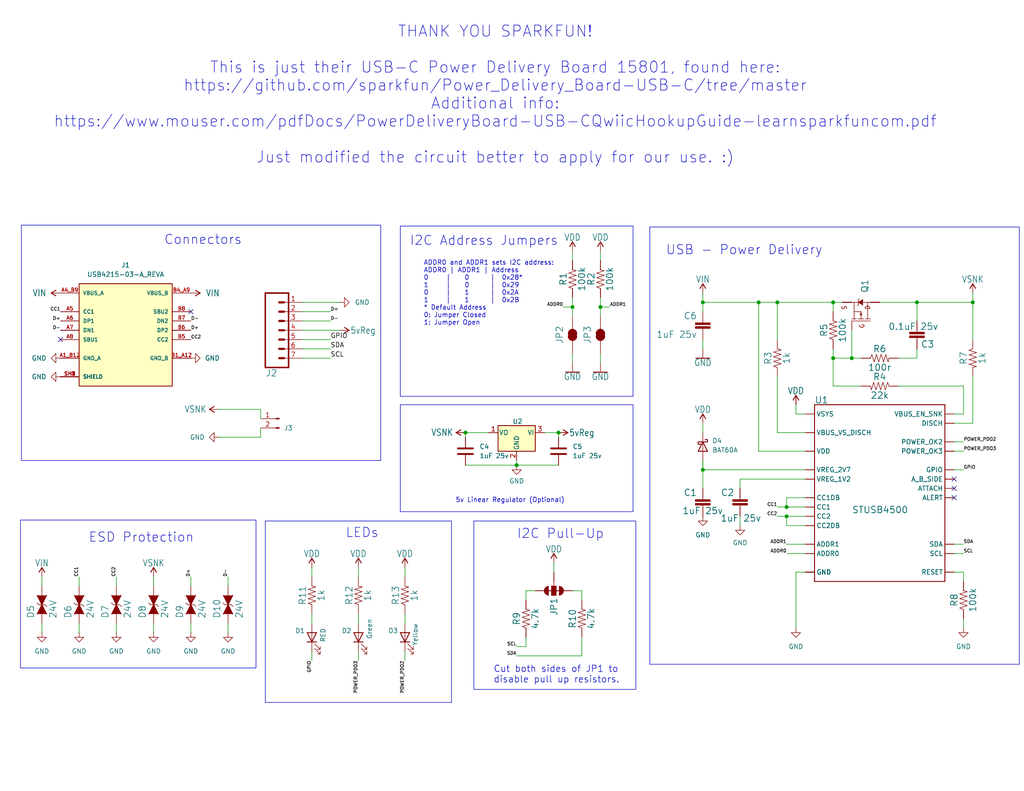
<source format=kicad_sch>
(kicad_sch (version 20250114) (generator "eeschema") (generator_version "9.0")
  (paper "A")
  (title_block (title "PXU USB-C PDv3") (date "2025-02-15"))
  (lib_symbols
    (symbol "C-PIM-eagle-import:0.1UF-0603-100V-10%"
      (property "Reference" "C" (at 1.524 2.921 0))
      (symbol "0.1UF-0603-100V-10%_1_0"
        (pin passive line (at 0 5.08 270) (length 2.54) (name "1") (number "1"))
        (pin passive line (at 0 -2.54 90) (length 2.54) (name "2") (number "2"))
      )
    )
    (symbol "C-PIM-eagle-import:1.0UF-0603-16V-10%"
      (property "Reference" "C" (at 1.524 2.921 0))
      (symbol "1.0UF-0603-16V-10%_1_0"
        (pin passive line (at 0 5.08 270) (length 2.54) (name "1") (number "1"))
        (pin passive line (at 0 -2.54 90) (length 2.54) (name "2") (number "2"))
      )
    )
    (symbol "C-PIM-eagle-import:100KOHM-0603-1/10W-1%"
      (property "Reference" "R" (at 0 1.524 0))
      (symbol "100KOHM-0603-1/10W-1%_1_0"
        (pin passive line (at -5.08 0 0) (length 2.54) (name "1") (number "1"))
        (pin passive line (at 5.08 0 180) (length 2.54) (name "2") (number "2"))
      )
    )
    (symbol "C-PIM-eagle-import:100OHM-0603-1/10W-1%"
      (property "Reference" "R" (at 0 1.524 0))
      (symbol "100OHM-0603-1/10W-1%_1_0"
        (pin passive line (at -5.08 0 0) (length 2.54) (name "1") (number "1"))
        (pin passive line (at 5.08 0 180) (length 2.54) (name "2") (number "2"))
      )
    )
    (symbol "C-PIM-eagle-import:1KOHM-0603-1/10W-1%"
      (property "Reference" "R" (at 0 1.524 0))
      (symbol "1KOHM-0603-1/10W-1%_1_0"
        (pin passive line (at -5.08 0 0) (length 2.54) (name "1") (number "1"))
        (pin passive line (at 5.08 0 180) (length 2.54) (name "2") (number "2"))
      )
    )
    (symbol "C-PIM-eagle-import:2.2KOHM-0603-1/10W-1%"
      (property "Reference" "R" (at 0 1.524 0))
      (symbol "2.2KOHM-0603-1/10W-1%_1_0"
        (pin passive line (at -5.08 0 0) (length 2.54) (name "1") (number "1"))
        (pin passive line (at 5.08 0 180) (length 2.54) (name "2") (number "2"))
      )
    )
    (symbol "C-PIM-eagle-import:22KOHM-0603-1/10W-1%"
      (property "Reference" "R" (at 0 1.524 0))
      (symbol "22KOHM-0603-1/10W-1%_1_0"
        (pin passive line (at -5.08 0 0) (length 2.54) (name "1") (number "1"))
        (pin passive line (at 5.08 0 180) (length 2.54) (name "2") (number "2"))
      )
    )
    (symbol "C-PIM-eagle-import:CONN_07NO_SILK"
      (property "Reference" "J" (at -5.08 13.208 0))
      (symbol "CONN_07NO_SILK_1_0"
        (pin passive line (at 5.08 10.16 180) (length 5.08) (name "7") (number "7"))
        (pin passive line (at 5.08 7.62 180) (length 5.08) (name "6") (number "6"))
        (pin passive line (at 5.08 5.08 180) (length 5.08) (name "5") (number "5"))
        (pin passive line (at 5.08 2.54 180) (length 5.08) (name "4") (number "4"))
        (pin passive line (at 5.08 0 180) (length 5.08) (name "3") (number "3"))
        (pin passive line (at 5.08 -2.54 180) (length 5.08) (name "2") (number "2"))
        (pin passive line (at 5.08 -5.08 180) (length 5.08) (name "1") (number "1"))
      )
    )
    (symbol "C-PIM-eagle-import:DIODE_TVS"
      (property "Reference" "D" (at -3.81 2.032 0))
      (symbol "DIODE_TVS_1_0"
        (pin passive line (at -5.08 0 0) (length 0) (name "A") (number "1"))
        (pin passive line (at 5.08 0 180) (length 0) (name "C") (number "2"))
      )
    )
    (symbol "C-PIM-eagle-import:GND" (power)
      (symbol "GND_1_0"
        (pin power_in line (at 0 2.54 270) (length 2.54) (name "GND") (number "1"))
      )
    )
    (symbol "C-PIM-eagle-import:JUMPER-SMT_2_NC_TRACE_NO-SILK"
      (property "Reference" "JP" (at -2.54 2.54 0))
      (symbol "JUMPER-SMT_2_NC_TRACE_NO-SILK_1_0"
        (pin passive line (at -5.08 0 0) (length 2.54) (name "1") (number "1"))
        (pin passive line (at 5.08 0 180) (length 2.54) (name "2") (number "2"))
      )
    )
    (symbol "C-PIM-eagle-import:JUMPER-SMT_3_2-NC_TRACE_NO-SILK"
      (property "Reference" "JP" (at 2.54 0.381 0))
      (symbol "JUMPER-SMT_3_2-NC_TRACE_NO-SILK_1_0"
        (pin passive line (at -5.08 0 0) (length 2.54) (name "2") (number "2"))
        (pin passive line (at 0 5.08 270) (length 2.54) (name "1") (number "1"))
        (pin passive line (at 0 -5.08 90) (length 2.54) (name "3") (number "3"))
      )
    )
    (symbol "C-PIM-eagle-import:MOSFET_PCH-STL9P3LLH6"
      (property "Reference" "Q1" (at 5.08 0 0))
      (symbol "MOSFET_PCH-STL9P3LLH6_1_0"
        (text "G" (at -3.302 -0.508 0) (effects (font (size 1.27 1.0795)) (justify right top)))
        (text "D" (at 0.508 2.54 0) (effects (font (size 1.27 1.0795)) (justify left bottom)))
        (text "S" (at 0.508 -3.81 0) (effects (font (size 1.27 1.0795)) (justify left bottom)))
        (pin bidirectional line (at -5.08 -2.54 0) (length 2.54) (name "G") (number "4"))
        (pin bidirectional line (at 2.54 5.08 270) (length 2.54) (name "D") (number "5"))
        (pin bidirectional line (at 2.54 5.08 270) (length 2.54) (name "D") (number "5@2"))
        (pin bidirectional line (at 2.54 5.08 270) (length 2.54) (name "D") (number "5@3"))
        (pin bidirectional line (at 2.54 5.08 270) (length 2.54) (hide yes) (name "D") (number "6"))
        (pin bidirectional line (at 2.54 5.08 270) (length 2.54) (hide yes) (name "D") (number "7"))
        (pin bidirectional line (at 2.54 5.08 270) (length 2.54) (hide yes) (name "D") (number "8"))
        (pin bidirectional line (at 2.54 -5.08 90) (length 2.54) (name "S") (number "1"))
        (pin bidirectional line (at 2.54 -5.08 90) (length 2.54) (name "S") (number "2"))
        (pin bidirectional line (at 2.54 -5.08 90) (length 2.54) (hide yes) (name "S") (number "2"))
        (pin bidirectional line (at 2.54 -5.08 90) (length 2.54) (name "S") (number "3"))
        (pin bidirectional line (at 2.54 -5.08 90) (length 2.54) (hide yes) (name "S") (number "3"))
      )
    )
    (symbol "C-PIM-eagle-import:STUSB4500"
      (property "Reference" "U1" (at -17.78 23.114 0))
      (property "Value" "STUSB4500" (at -7.62 -4.826 0))
      (symbol "STUSB4500_1_0"
        (pin bidirectional line (at -20.32 20.32 0) (length 2.54) (name "VSYS") (number "22"))
        (pin bidirectional line (at -20.32 15.24 0) (length 2.54) (name "VBUS_VS_DISCH") (number "18"))
        (pin bidirectional line (at -20.32 10.16 0) (length 2.54) (name "VDD") (number "24"))
        (pin bidirectional line (at -20.32 5.08 0) (length 2.54) (name "VREG_2V7") (number "23"))
        (pin bidirectional line (at -20.32 2.54 0) (length 2.54) (name "VREG_1V2") (number "21"))
        (pin bidirectional line (at -20.32 -2.54 0) (length 2.54) (name "CC1DB") (number "1"))
        (pin bidirectional line (at -20.32 -5.08 0) (length 2.54) (name "CC1") (number "2"))
        (pin bidirectional line (at -20.32 -7.62 0) (length 2.54) (name "CC2") (number "4"))
        (pin bidirectional line (at -20.32 -10.16 0) (length 2.54) (name "CC2DB") (number "5"))
        (pin bidirectional line (at -20.32 -15.24 0) (length 2.54) (name "ADDR1") (number "13"))
        (pin bidirectional line (at -20.32 -17.78 0) (length 2.54) (name "ADDR0") (number "12"))
        (pin bidirectional line (at -20.32 -22.86 0) (length 2.54) (name "GND") (number "10"))
        (pin bidirectional line (at -20.32 -22.86 0) (length 2.54) (name "GND") (number "P$25"))
        (pin bidirectional line (at 20.32 20.32 180) (length 2.54) (name "VBUS_EN_SNK") (number "16"))
        (pin bidirectional line (at 20.32 17.78 180) (length 2.54) (name "DISCH") (number "9"))
        (pin bidirectional line (at 20.32 12.7 180) (length 2.54) (name "POWER_OK2") (number "20"))
        (pin bidirectional line (at 20.32 10.16 180) (length 2.54) (name "POWER_OK3") (number "14"))
        (pin bidirectional line (at 20.32 5.08 180) (length 2.54) (name "GPIO") (number "15"))
        (pin bidirectional line (at 20.32 2.54 180) (length 2.54) (name "A_B_SIDE") (number "17"))
        (pin bidirectional line (at 20.32 0 180) (length 2.54) (name "ATTACH") (number "11"))
        (pin bidirectional line (at 20.32 -2.54 180) (length 2.54) (name "ALERT") (number "19"))
        (pin bidirectional line (at 20.32 -15.24 180) (length 2.54) (name "SDA") (number "8"))
        (pin bidirectional line (at 20.32 -17.78 180) (length 2.54) (name "SCL") (number "7"))
        (pin bidirectional line (at 20.32 -22.86 180) (length 2.54) (name "RESET") (number "6"))
      )
      (symbol "STUSB4500_1_1"
        (pin bidirectional line (at -20.32 -22.86 0) (length 2.54) (hide yes) (name "GND") (number "25"))
      )
    )
    (symbol "C-PIM-eagle-import:VDD" (power)
      (symbol "VDD_1_0"
        (pin power_in line (at 0 0 90) (length 2.54) (name "VDD") (number "1"))
      )
    )
    (symbol "C-PIM-eagle-import:VIN" (power)
      (symbol "VIN_1_0"
        (pin power_in line (at 0 0 90) (length 2.54) (name "VIN") (number "1"))
      )
    )
    (symbol "C-PIM-eagle-import:VOUT" (power)
      (symbol "VOUT_1_0"
        (pin power_in line (at 0 0 90) (length 2.54) (name "VOUT") (number "1"))
      )
    )
    (symbol "Connector:Conn_01x02_Pin" (pin_names (offset 1.016) (hide yes))
      (property "Reference" "J" (at 0 2.54 0))
      (property "Value" "Conn_01x02_Pin" (at 0 -5.08 0))
      (symbol "Conn_01x02_Pin_1_1"
        (pin passive line (at 5.08 0 180) (length 3.81) (name "Pin_1") (number "1"))
        (pin passive line (at 5.08 -2.54 180) (length 3.81) (name "Pin_2") (number "2"))
      )
    )
    (symbol "Device:C" (pin_numbers (hide yes)) (pin_names (offset 0.254))
      (property "Reference" "C" (at 0.635 2.54 0))
      (property "Value" "C" (at 0.635 -2.54 0))
      (symbol "C_1_1"
        (pin passive line (at 0 3.81 270) (length 2.794) (name "~") (number "1"))
        (pin passive line (at 0 -3.81 90) (length 2.794) (name "~") (number "2"))
      )
    )
    (symbol "Device:LED" (pin_numbers (hide yes)) (pin_names (offset 1.016) (hide yes))
      (property "Reference" "D" (at 0 2.54 0))
      (property "Value" "LED" (at 0 -2.54 0))
      (symbol "LED_1_1"
        (pin passive line (at -3.81 0 0) (length 2.54) (name "K") (number "1"))
        (pin passive line (at 3.81 0 180) (length 2.54) (name "A") (number "2"))
      )
    )
    (symbol "Diode:BAT60A" (pin_numbers (hide yes)) (pin_names (offset 1.016) (hide yes))
      (property "Reference" "D" (at 0 2.54 0))
      (property "Value" "BAT60A" (at 0 -2.54 0))
      (symbol "BAT60A_1_1"
        (pin passive line (at -3.81 0 0) (length 2.54) (name "K") (number "1"))
        (pin passive line (at 3.81 0 180) (length 2.54) (name "A") (number "2"))
      )
    )
    (symbol "Regulator_Linear:LF50_TO252" (pin_names (offset 0.254))
      (property "Reference" "U2" (at 0.254 3.048 0))
      (symbol "LF50_TO252_1_1"
        (pin power_out line (at -7.62 0 0) (length 2.54) (name "VO") (number "1"))
        (pin power_in line (at 0 -7.62 90) (length 2.54) (name "GND") (number "2"))
        (pin power_in line (at 7.62 0 180) (length 2.54) (name "VI") (number "3"))
      )
    )
    (symbol "USB:USB4215-03-A_REVA" (pin_names (offset 1.016))
      (property "Reference" "J" (at -12.7 13.462 0))
      (property "Value" "USB4215-03-A_REVA" (at -12.7 -16.002 0))
      (symbol "USB4215-03-A_REVA_0_0"
        (pin power_in line (at -17.78 10.16 0) (length 5.08) (name "VBUS_A") (number "A4_B9"))
        (pin bidirectional line (at -17.78 5.08 0) (length 5.08) (name "CC1") (number "A5"))
        (pin bidirectional line (at -17.78 2.54 0) (length 5.08) (name "DP1") (number "A6"))
        (pin bidirectional line (at -17.78 0 0) (length 5.08) (name "DN1") (number "A7"))
        (pin bidirectional line (at -17.78 -2.54 0) (length 5.08) (name "SBU1") (number "A8"))
        (pin power_in line (at -17.78 -7.62 0) (length 5.08) (name "GND_A") (number "A1_B12"))
        (pin passive line (at -17.78 -12.7 0) (length 5.08) (name "SHIELD") (number "SH1"))
        (pin passive line (at -17.78 -12.7 0) (length 5.08) (name "SHIELD") (number "SH2"))
        (pin passive line (at -17.78 -12.7 0) (length 5.08) (name "SHIELD") (number "SH3"))
        (pin passive line (at -17.78 -12.7 0) (length 5.08) (name "SHIELD") (number "SH4"))
        (pin power_in line (at 17.78 10.16 180) (length 5.08) (name "VBUS_B") (number "B4_A9"))
        (pin bidirectional line (at 17.78 5.08 180) (length 5.08) (name "SBU2") (number "B8"))
        (pin bidirectional line (at 17.78 2.54 180) (length 5.08) (name "DN2") (number "B7"))
        (pin bidirectional line (at 17.78 0 180) (length 5.08) (name "DP2") (number "B6"))
        (pin bidirectional line (at 17.78 -2.54 180) (length 5.08) (name "CC2") (number "B5"))
        (pin power_in line (at 17.78 -7.62 180) (length 5.08) (name "GND_B") (number "B1_A12"))
      )
    )
    (symbol "power:GND" (power) (pin_numbers (hide yes)) (pin_names (offset 0) (hide yes))
      (property "Value" "GND" (at 0 -3.81 0))
      (symbol "GND_1_1"
        (pin power_in line (at 0 0 270) (length 0) (name "~") (number "1"))
      )
    )
  )
  (rectangle (start 109.22 61.722) (end 172.72 108.204))
  (rectangle (start 72.39 142.24) (end 123.19 191.77))
  (rectangle (start 109.22 110.49) (end 172.72 139.7))
  (rectangle (start 177.292 61.976) (end 278.13 181.356))
  (rectangle (start 5.588 141.986) (end 69.85 182.372))
  (rectangle (start 129.286 142.24) (end 173.482 188.214))
  (rectangle (start 5.842 61.468) (end 103.886 125.73))
  (text "USB - Power Delivery" (at 181.61 69.85 0) (effects (font (size 2.54 2.54)) (justify left bottom)))
  (text "LEDs" (at 94.234 147.066 0) (effects (font (size 2.54 2.54)) (justify left bottom)))
  (text "ESD Protection" (at 24.13 148.336 0) (effects (font (size 2.54 2.54)) (justify left bottom)))
  (text "I2C Pull-Up" (at 140.97 147.32 0) (effects (font (size 2.54 2.54)) (justify left bottom)))
  (text "5v Linear Regulator (Optional)" (at 139.192 136.652 0) (effects (font (size 1.27 1.27))))
  (text "ADDR0 and ADDR1 sets I2C address:\nADDR0 | ADDR1 | Address\n0     |    0      |  0x28*\n1     |    0      |  0x29\n0     |    1      |  0x2A\n1     |    1      |  0x2B\n* Default Address\n0: Jumper Closed\n1: Jumper Open" (at 115.57 71.12 0) (effects (font (size 1.27 1.27)) (justify left top)))
  (text "Connectors" (at 44.704 67.056 0) (effects (font (size 2.54 2.54)) (justify left bottom)))
  (text "I2C Address Jumpers" (at 111.76 67.31 0) (effects (font (size 2.54 2.54)) (justify left bottom)))
  (text "THANK YOU SPARKFUN!\n\nThis is just their USB-C Power Delivery Board 15801, found here:\nhttps://github.com/sparkfun/Power_Delivery_Board-USB-C/tree/master\nAdditional info:\nhttps://www.mouser.com/pdfDocs/PowerDeliveryBoard-USB-CQwiicHookupGuide-learnsparkfuncom.pdf\n\nJust modified the circuit better to apply for our use. :)" (at 135.128 25.908 0) (effects (font (size 3.048 3.048))))
  (text "Cut both sides of JP1 to\ndisable pull up resistors." (at 134.62 186.69 0) (effects (font (size 1.778 1.778)) (justify left bottom)))
  (junction (at 227.33 82.55))
  (junction (at 265.43 82.55))
  (junction (at 214.63 140.97))
  (junction (at 191.77 82.55))
  (junction (at 232.41 97.79))
  (junction (at 212.09 82.55))
  (junction (at 152.4 118.11))
  (junction (at 163.83 83.82))
  (junction (at 207.01 82.55))
  (junction (at 191.77 128.27))
  (junction (at 140.97 127))
  (junction (at 156.21 83.82))
  (junction (at 127 118.11))
  (junction (at 250.19 82.55))
  (junction (at 214.63 138.43))
  (junction (at 227.33 97.79))
  (no_connect (at 16.51 92.71))
  (no_connect (at 260.35 130.81))
  (no_connect (at 52.07 85.09))
  (no_connect (at 260.35 133.35))
  (no_connect (at 260.35 135.89))
  (wire (pts (xy 245.11 97.79) (xy 250.19 97.79)) (stroke (width 0.1524)))
  (wire (pts (xy 262.89 168.91) (xy 262.89 171.45)) (stroke (width 0.1524)))
  (wire (pts (xy 227.33 82.55) (xy 229.87 82.55)) (stroke (width 0.1524)))
  (wire (pts (xy 219.71 156.21) (xy 217.17 156.21)) (stroke (width 0.1524)))
  (wire (pts (xy 82.55 85.09) (xy 90.17 85.09)))
  (wire (pts (xy 62.23 160.02) (xy 62.23 157.48)) (stroke (width 0.1524)))
  (wire (pts (xy 265.43 82.55) (xy 250.19 82.55)) (stroke (width 0.1524)))
  (wire (pts (xy 152.4 118.11) (xy 152.4 119.38)))
  (wire (pts (xy 250.19 87.63) (xy 250.19 82.55)) (stroke (width 0.1524)))
  (wire (pts (xy 82.55 97.79) (xy 90.17 97.79)))
  (wire (pts (xy 250.19 97.79) (xy 250.19 95.25)) (stroke (width 0.1524)))
  (wire (pts (xy 212.09 92.71) (xy 212.09 82.55)) (stroke (width 0.1524)))
  (wire (pts (xy 31.75 170.18) (xy 31.75 172.72)) (stroke (width 0.1524)))
  (wire (pts (xy 143.51 173.99) (xy 143.51 176.53)) (stroke (width 0.1524)))
  (wire (pts (xy 156.21 96.52) (xy 156.21 99.06)) (stroke (width 0.1524)))
  (wire (pts (xy 92.71 82.55) (xy 82.55 82.55)))
  (wire (pts (xy 219.71 118.11) (xy 212.09 118.11)) (stroke (width 0.1524)))
  (wire (pts (xy 11.43 160.02) (xy 11.43 157.48)) (stroke (width 0.1524)))
  (wire (pts (xy 127 127) (xy 140.97 127)))
  (wire (pts (xy 262.89 105.41) (xy 245.11 105.41)) (stroke (width 0.1524)))
  (wire (pts (xy 191.77 133.35) (xy 191.77 128.27)) (stroke (width 0.1524)))
  (wire (pts (xy 110.49 167.64) (xy 110.49 170.18)))
  (wire (pts (xy 265.43 115.57) (xy 260.35 115.57)) (stroke (width 0.1524)))
  (wire (pts (xy 227.33 97.79) (xy 227.33 95.25)) (stroke (width 0.1524)))
  (wire (pts (xy 214.63 138.43) (xy 212.09 138.43)) (stroke (width 0.1524)))
  (wire (pts (xy 110.49 154.94) (xy 110.49 157.48)) (stroke (width 0.1524)))
  (wire (pts (xy 260.35 128.27) (xy 262.89 128.27)) (stroke (width 0.1524)))
  (wire (pts (xy 260.35 151.13) (xy 262.89 151.13)) (stroke (width 0.1524)))
  (wire (pts (xy 59.69 111.76) (xy 71.12 111.76)))
  (wire (pts (xy 52.07 160.02) (xy 52.07 157.48)) (stroke (width 0.1524)))
  (wire (pts (xy 156.21 161.29) (xy 158.75 161.29)) (stroke (width 0.1524)))
  (wire (pts (xy 156.21 83.82) (xy 153.67 83.82)) (stroke (width 0.1524)))
  (wire (pts (xy 219.71 123.19) (xy 207.01 123.19)) (stroke (width 0.1524)))
  (wire (pts (xy 151.13 156.21) (xy 151.13 153.67)) (stroke (width 0.1524)))
  (wire (pts (xy 219.71 138.43) (xy 214.63 138.43)) (stroke (width 0.1524)))
  (wire (pts (xy 82.55 92.71) (xy 90.17 92.71)) (stroke (width 0.1524)))
  (wire (pts (xy 82.55 95.25) (xy 90.17 95.25)))
  (wire (pts (xy 219.71 151.13) (xy 214.63 151.13)) (stroke (width 0.1524)))
  (wire (pts (xy 71.12 116.84) (xy 71.12 119.38)))
  (wire (pts (xy 227.33 82.55) (xy 212.09 82.55)) (stroke (width 0.1524)))
  (wire (pts (xy 250.19 82.55) (xy 240.03 82.55)) (stroke (width 0.1524)))
  (wire (pts (xy 71.12 111.76) (xy 71.12 114.3)))
  (wire (pts (xy 191.77 128.27) (xy 219.71 128.27)) (stroke (width 0.1524)))
  (wire (pts (xy 59.69 119.38) (xy 71.12 119.38)))
  (wire (pts (xy 21.59 160.02) (xy 21.59 157.48)) (stroke (width 0.1524)))
  (wire (pts (xy 21.59 170.18) (xy 21.59 172.72)) (stroke (width 0.1524)))
  (wire (pts (xy 191.77 82.55) (xy 191.77 85.09)) (stroke (width 0.1524)))
  (wire (pts (xy 52.07 170.18) (xy 52.07 172.72)) (stroke (width 0.1524)))
  (wire (pts (xy 62.23 170.18) (xy 62.23 172.72)) (stroke (width 0.1524)))
  (wire (pts (xy 191.77 125.73) (xy 191.77 128.27)))
  (wire (pts (xy 110.49 177.8) (xy 110.49 180.34)))
  (wire (pts (xy 262.89 113.03) (xy 262.89 105.41)) (stroke (width 0.1524)))
  (wire (pts (xy 148.59 118.11) (xy 152.4 118.11)))
  (wire (pts (xy 214.63 140.97) (xy 212.09 140.97)) (stroke (width 0.1524)))
  (wire (pts (xy 163.83 81.28) (xy 163.83 83.82)) (stroke (width 0.1524)))
  (wire (pts (xy 191.77 80.01) (xy 191.77 82.55)) (stroke (width 0.1524)))
  (wire (pts (xy 143.51 161.29) (xy 143.51 163.83)) (stroke (width 0.1524)))
  (wire (pts (xy 156.21 83.82) (xy 156.21 86.36)) (stroke (width 0.1524)))
  (wire (pts (xy 158.75 161.29) (xy 158.75 163.83)) (stroke (width 0.1524)))
  (wire (pts (xy 217.17 156.21) (xy 217.17 171.45)) (stroke (width 0.1524)))
  (wire (pts (xy 207.01 82.55) (xy 212.09 82.55)) (stroke (width 0.1524)))
  (wire (pts (xy 219.71 113.03) (xy 217.17 113.03)) (stroke (width 0.1524)))
  (wire (pts (xy 260.35 156.21) (xy 262.89 156.21)) (stroke (width 0.1524)))
  (wire (pts (xy 158.75 179.07) (xy 140.97 179.07)) (stroke (width 0.1524)))
  (wire (pts (xy 41.91 170.18) (xy 41.91 172.72)) (stroke (width 0.1524)))
  (wire (pts (xy 140.97 125.73) (xy 140.97 127)))
  (wire (pts (xy 232.41 97.79) (xy 227.33 97.79)) (stroke (width 0.1524)))
  (wire (pts (xy 82.55 87.63) (xy 90.17 87.63)))
  (wire (pts (xy 214.63 135.89) (xy 219.71 135.89)) (stroke (width 0.1524)))
  (wire (pts (xy 163.83 96.52) (xy 163.83 99.06)) (stroke (width 0.1524)))
  (wire (pts (xy 265.43 82.55) (xy 265.43 80.01)) (stroke (width 0.1524)))
  (wire (pts (xy 97.79 167.64) (xy 97.79 170.18)))
  (wire (pts (xy 156.21 81.28) (xy 156.21 83.82)) (stroke (width 0.1524)))
  (wire (pts (xy 85.09 177.8) (xy 85.09 180.34)))
  (wire (pts (xy 214.63 143.51) (xy 219.71 143.51)) (stroke (width 0.1524)))
  (wire (pts (xy 133.35 118.11) (xy 127 118.11)))
  (wire (pts (xy 201.93 140.97) (xy 201.93 143.51)) (stroke (width 0.1524)))
  (wire (pts (xy 227.33 85.09) (xy 227.33 82.55)) (stroke (width 0.1524)))
  (wire (pts (xy 260.35 123.19) (xy 262.89 123.19)) (stroke (width 0.1524)))
  (wire (pts (xy 163.83 68.58) (xy 163.83 71.12)) (stroke (width 0.1524)))
  (wire (pts (xy 207.01 123.19) (xy 207.01 82.55)) (stroke (width 0.1524)))
  (wire (pts (xy 41.91 160.02) (xy 41.91 157.48)) (stroke (width 0.1524)))
  (wire (pts (xy 85.09 154.94) (xy 85.09 157.48)))
  (wire (pts (xy 31.75 160.02) (xy 31.75 157.48)) (stroke (width 0.1524)))
  (wire (pts (xy 85.09 167.64) (xy 85.09 170.18)))
  (wire (pts (xy 201.93 130.81) (xy 201.93 133.35)) (stroke (width 0.1524)))
  (wire (pts (xy 219.71 148.59) (xy 214.63 148.59)) (stroke (width 0.1524)))
  (wire (pts (xy 207.01 82.55) (xy 191.77 82.55)) (stroke (width 0.1524)))
  (wire (pts (xy 234.95 105.41) (xy 227.33 105.41)) (stroke (width 0.1524)))
  (wire (pts (xy 265.43 102.87) (xy 265.43 115.57)) (stroke (width 0.1524)))
  (wire (pts (xy 143.51 176.53) (xy 140.97 176.53)) (stroke (width 0.1524)))
  (wire (pts (xy 219.71 130.81) (xy 201.93 130.81)) (stroke (width 0.1524)))
  (wire (pts (xy 97.79 177.8) (xy 97.79 180.34)))
  (wire (pts (xy 97.79 154.94) (xy 97.79 157.48)))
  (wire (pts (xy 260.35 120.65) (xy 262.89 120.65)) (stroke (width 0.1524)))
  (wire (pts (xy 262.89 156.21) (xy 262.89 158.75)) (stroke (width 0.1524)))
  (wire (pts (xy 232.41 97.79) (xy 234.95 97.79)) (stroke (width 0.1524)))
  (wire (pts (xy 156.21 68.58) (xy 156.21 71.12)) (stroke (width 0.1524)))
  (wire (pts (xy 217.17 113.03) (xy 217.17 110.49)) (stroke (width 0.1524)))
  (wire (pts (xy 227.33 105.41) (xy 227.33 97.79)) (stroke (width 0.1524)))
  (wire (pts (xy 191.77 115.57) (xy 191.77 118.11)) (stroke (width 0.1524)))
  (wire (pts (xy 191.77 92.71) (xy 191.77 95.25)) (stroke (width 0.1524)))
  (wire (pts (xy 265.43 92.71) (xy 265.43 82.55)) (stroke (width 0.1524)))
  (wire (pts (xy 11.43 170.18) (xy 11.43 172.72)) (stroke (width 0.1524)))
  (wire (pts (xy 140.97 127) (xy 152.4 127)))
  (wire (pts (xy 158.75 173.99) (xy 158.75 179.07)) (stroke (width 0.1524)))
  (wire (pts (xy 212.09 118.11) (xy 212.09 102.87)) (stroke (width 0.1524)))
  (wire (pts (xy 232.41 90.17) (xy 232.41 97.79)) (stroke (width 0.1524)))
  (wire (pts (xy 127 118.11) (xy 127 119.38)))
  (wire (pts (xy 163.83 83.82) (xy 163.83 86.36)) (stroke (width 0.1524)))
  (wire (pts (xy 214.63 138.43) (xy 214.63 135.89)) (stroke (width 0.1524)))
  (wire (pts (xy 260.35 148.59) (xy 262.89 148.59)) (stroke (width 0.1524)))
  (wire (pts (xy 219.71 140.97) (xy 214.63 140.97)) (stroke (width 0.1524)))
  (wire (pts (xy 146.05 161.29) (xy 143.51 161.29)) (stroke (width 0.1524)))
  (wire (pts (xy 82.55 90.17) (xy 92.71 90.17)))
  (wire (pts (xy 191.77 128.27) (xy 191.77 125.73)) (stroke (width 0.1524)))
  (wire (pts (xy 214.63 140.97) (xy 214.63 143.51)) (stroke (width 0.1524)))
  (wire (pts (xy 163.83 83.82) (xy 166.37 83.82)) (stroke (width 0.1524)))
  (wire (pts (xy 260.35 113.03) (xy 262.89 113.03)) (stroke (width 0.1524)))
  (label "POWER_PDO3" (at 262.89 123.19 0) (effects (font (size 0.889 0.889))))
  (label "SDA" (at 140.97 179.07 180) (effects (font (size 0.889 0.889))))
  (label "D-" (at 52.07 87.63 0) (effects (font (size 0.889 0.889))))
  (label "D-" (at 16.51 90.17 180) (effects (font (size 0.889 0.889))))
  (label "CC2" (at 52.07 92.71 0) (effects (font (size 0.889 0.889))))
  (label "D-" (at 62.23 157.48 90) (effects (font (size 0.889 0.889))))
  (label "GPIO" (at 90.17 92.71 0))
  (label "ADDR1" (at 166.37 83.82 0) (effects (font (size 0.889 0.889))))
  (label "D+" (at 52.07 90.17 0) (effects (font (size 0.889 0.889))))
  (label "GPIO" (at 85.09 180.34 270) (effects (font (size 0.889 0.889))))
  (label "SCL" (at 262.89 151.13 0) (effects (font (size 0.889 0.889))))
  (label "ADDR1" (at 214.63 148.59 180) (effects (font (size 0.889 0.889))))
  (label "POWER_PDO3" (at 97.79 180.34 270) (effects (font (size 0.889 0.889))))
  (label "GPIO" (at 262.89 128.27 0) (effects (font (size 0.889 0.889))))
  (label "CC2" (at 212.09 140.97 180) (effects (font (size 0.889 0.889))))
  (label "D+" (at 16.51 87.63 180) (effects (font (size 0.889 0.889))))
  (label "CC2" (at 31.75 157.48 90) (effects (font (size 0.889 0.889))))
  (label "SDA" (at 90.17 95.25 0))
  (label "CC1" (at 16.51 85.09 180) (effects (font (size 0.889 0.889))))
  (label "ADDR0" (at 153.67 83.82 180) (effects (font (size 0.889 0.889))))
  (label "D+" (at 90.17 85.09 0) (effects (font (size 0.889 0.889))))
  (label "POWER_PDO2" (at 262.89 120.65 0) (effects (font (size 0.889 0.889))))
  (label "SDA" (at 262.89 148.59 0) (effects (font (size 0.889 0.889))))
  (label "CC1" (at 212.09 138.43 180) (effects (font (size 0.889 0.889))))
  (label "ADDR0" (at 214.63 151.13 180) (effects (font (size 0.889 0.889))))
  (label "D+" (at 52.07 157.48 90) (effects (font (size 0.889 0.889))))
  (label "D-" (at 90.17 87.63 0) (effects (font (size 0.889 0.889))))
  (label "POWER_PDO2" (at 110.49 180.34 270) (effects (font (size 0.889 0.889))))
  (label "SCL" (at 140.97 176.53 180) (effects (font (size 0.889 0.889))))
  (label "CC1" (at 21.59 157.48 90) (effects (font (size 0.889 0.889))))
  (label "SCL" (at 90.17 97.79 0))
  (symbol (lib_id "C-PIM-eagle-import:VIN") (at 11.43 157.48 0) (unit 1)
    (property "Reference" "#SUPPLY013" (effects (hide yes)))
    (property "Value" "VIN" (at 11.43 154.686 0) (effects (font (size 1.778 1.5113)) (justify bottom)))
  )
  (symbol (lib_id "power:GND") (at 262.89 171.45 0) (unit 1)
    (property "Reference" "#PWR05" (effects (hide yes)))
    (property "Value" "GND" (at 262.89 176.53 0))
    (property "Description" "Power symbol creates a global label with name \"GND\" , ground" (effects (hide yes)))
  )
  (symbol (lib_id "C-PIM-eagle-import:1KOHM-0603-1/10W-1%") (at 212.09 97.79 90) (unit 1)
    (property "Reference" "R3" (at 210.566 97.79 0) (effects (font (size 1.778 1.778)) (justify bottom)))
    (property "Value" "1k" (at 213.614 97.79 0) (effects (font (size 1.778 1.778)) (justify top)))
    (property "Footprint" "Resistor_SMD:R_0603_1608Metric_Pad0.98x0.95mm_HandSolder" (effects (hide yes)))
  )
  (symbol (lib_id "C-PIM-eagle-import:GND") (at 191.77 97.79 0) (unit 1)
    (property "Reference" "#GND04" (effects (hide yes)))
    (property "Value" "GND" (at 191.77 98.044 0) (effects (font (size 1.778 1.5113)) (justify top)))
  )
  (symbol (lib_id "C-PIM-eagle-import:1KOHM-0603-1/10W-1%") (at 97.79 162.56 90) (unit 1)
    (property "Reference" "R12" (at 96.266 162.56 0) (effects (font (size 1.778 1.778)) (justify bottom)))
    (property "Value" "1k" (at 99.314 162.56 0) (effects (font (size 1.778 1.778)) (justify top)))
    (property "Footprint" "Resistor_SMD:R_0603_1608Metric_Pad0.98x0.95mm_HandSolder" (effects (hide yes)))
  )
  (symbol (lib_id "C-PIM-eagle-import:1.0UF-0603-16V-10%") (at 191.77 90.17 0) (mirror y) (unit 1)
    (property "Reference" "C6" (at 190.246 87.249 0) (effects (font (size 1.778 1.778)) (justify left bottom)))
    (property "Value" "1uF 25v" (at 190.246 92.329 0) (effects (font (size 1.778 1.778)) (justify left bottom)))
    (property "Footprint" "Capacitor_SMD:C_0603_1608Metric_Pad1.08x0.95mm_HandSolder" (effects (hide yes)))
  )
  (symbol (lib_id "C-PIM-eagle-import:DIODE_TVS") (at 41.91 165.1 90) (unit 1)
    (property "Reference" "D8" (at 39.878 168.91 0) (effects (font (size 1.778 1.778)) (justify left bottom)))
    (property "Value" "24V" (at 43.942 168.91 0) (effects (font (size 1.778 1.778)) (justify left top)))
    (property "Footprint" "Diode_SMD:D_0603_1608Metric_Pad1.05x0.95mm_HandSolder" (effects (hide yes)))
    (property "Description" "PGB1010603NR" (effects (hide yes)))
  )
  (symbol (lib_id "C-PIM-eagle-import:DIODE_TVS") (at 52.07 165.1 90) (unit 1)
    (property "Reference" "D9" (at 50.038 168.91 0) (effects (font (size 1.778 1.778)) (justify left bottom)))
    (property "Value" "24V" (at 54.102 168.91 0) (effects (font (size 1.778 1.778)) (justify left top)))
    (property "Footprint" "Diode_SMD:D_0603_1608Metric_Pad1.05x0.95mm_HandSolder" (effects (hide yes)))
    (property "Description" "PGB1010603NR" (effects (hide yes)))
  )
  (symbol (lib_id "USB:USB4215-03-A_REVA") (at 34.29 90.17 0) (unit 1)
    (property "Reference" "J1" (at 34.29 72.39 0))
    (property "Value" "USB4215-03-A_REVA" (at 34.29 74.93 0))
    (property "Footprint" "footprints:GCT_USB4215-03-A_REVA" (effects (hide yes)))
    (property "MF" "Global Connector Technology" (effects (hide yes)))
    (property "MAXIMUM_PACKAGE_HEIGHT" "3.16mm" (effects (hide yes)))
    (property "Package" "None" (effects (hide yes)))
    (property "Price" "None" (effects (hide yes)))
    (property "Check_prices" "https://www.snapeda.com/parts/USB4215-03-A/Global+Connector+Technology/view-part/?ref=eda" (effects (hide yes)))
    (property "STANDARD" "Manufacturer Recommendations" (effects (hide yes)))
    (property "PARTREV" "A" (effects (hide yes)))
    (property "SnapEDA_Link" "https://www.snapeda.com/parts/USB4215-03-A/Global+Connector+Technology/view-part/?ref=snap" (effects (hide yes)))
    (property "MP" "USB4215-03-A" (effects (hide yes)))
    (property "Description_1" "\n                        \n                            USB-C (USB TYPE-C) USB 2.0 Receptacle Connector 24 (16+8 Dummy) Position Surface Mount, Right Angle; Through Hole\n                        \n" (effects (hide yes)))
    (property "MANUFACTURER" "Global Connector Technology" (effects (hide yes)))
    (property "Availability" "In Stock" (effects (hide yes)))
    (property "SNAPEDA_PN" "USB4215-03-A" (effects (hide yes)))
  )
  (symbol (lib_id "C-PIM-eagle-import:VDD") (at 163.83 68.58 0) (unit 1)
    (property "Reference" "#SUPPLY019" (effects (hide yes)))
    (property "Value" "VDD" (at 163.83 65.786 0) (effects (font (size 1.778 1.5113)) (justify bottom)))
  )
  (symbol (lib_id "Device:LED") (at 85.09 173.99 90) (unit 1)
    (property "Reference" "D1" (at 80.518 172.212 90) (effects (justify right)))
    (property "Value" "RED" (at 88.138 171.45 0) (effects (justify right)))
    (property "Footprint" "LED_SMD:LED_0603_1608Metric_Pad1.05x0.95mm_HandSolder" (effects (hide yes)))
    (property "Description" "Light emitting diode" (effects (hide yes)))
  )
  (symbol (lib_id "C-PIM-eagle-import:GND") (at 156.21 101.6 0) (unit 1)
    (property "Reference" "#GND09" (effects (hide yes)))
    (property "Value" "GND" (at 156.21 101.854 0) (effects (font (size 1.778 1.5113)) (justify top)))
  )
  (symbol (lib_id "C-PIM-eagle-import:GND") (at 163.83 101.6 0) (unit 1)
    (property "Reference" "#GND08" (effects (hide yes)))
    (property "Value" "GND" (at 163.83 101.854 0) (effects (font (size 1.778 1.5113)) (justify top)))
  )
  (symbol (lib_id "power:GND") (at 41.91 172.72 0) (unit 1)
    (property "Reference" "#PWR09" (effects (hide yes)))
    (property "Value" "GND" (at 41.91 177.8 0))
    (property "Description" "Power symbol creates a global label with name \"GND\" , ground" (effects (hide yes)))
  )
  (symbol (lib_id "power:GND") (at 11.43 172.72 0) (unit 1)
    (property "Reference" "#PWR06" (effects (hide yes)))
    (property "Value" "GND" (at 11.43 177.8 0))
    (property "Description" "Power symbol creates a global label with name \"GND\" , ground" (effects (hide yes)))
  )
  (symbol (lib_id "Device:C") (at 127 123.19 0) (unit 1)
    (property "Reference" "C4" (at 130.81 121.9199 0) (effects (justify left)))
    (property "Value" "1uF 25v" (at 130.81 124.4599 0) (effects (justify left)))
    (property "Footprint" "Capacitor_SMD:C_0603_1608Metric_Pad1.08x0.95mm_HandSolder" (effects (hide yes)))
    (property "Description" "Unpolarized capacitor" (effects (hide yes)))
  )
  (symbol (lib_id "C-PIM-eagle-import:STUSB4500") (at 240.03 133.35 0) (unit 1)
    (property "Reference" "U1" (at 222.25 110.236 0) (effects (font (size 1.778 1.778)) (justify left bottom)))
    (property "Value" "STUSB4500" (at 232.41 138.176 0) (effects (font (size 1.778 1.778)) (justify left top)))
    (property "Footprint" "Package_DFN_QFN:QFN-24-1EP_4x4mm_P0.5mm_EP2.75x2.75mm_ThermalVias" (effects (hide yes)))
  )
  (symbol (lib_id "C-PIM-eagle-import:VDD") (at 217.17 110.49 0) (unit 1)
    (property "Reference" "#SUPPLY01" (effects (hide yes)))
    (property "Value" "VDD" (at 217.17 107.696 0) (effects (font (size 1.778 1.5113)) (justify bottom)))
  )
  (symbol (lib_id "C-PIM-eagle-import:1KOHM-0603-1/10W-1%") (at 265.43 97.79 90) (mirror x) (unit 1)
    (property "Reference" "R7" (at 263.906 97.79 0) (effects (font (size 1.778 1.778)) (justify bottom)))
    (property "Value" "1k" (at 266.954 97.79 0) (effects (font (size 1.778 1.778)) (justify top)))
    (property "Footprint" "Resistor_SMD:R_0603_1608Metric_Pad0.98x0.95mm_HandSolder" (effects (hide yes)))
  )
  (symbol (lib_id "power:GND") (at 16.51 102.87 270) (unit 1)
    (property "Reference" "#PWR014" (effects (hide yes)))
    (property "Value" "GND" (at 12.7 102.8699 90) (effects (justify right)))
    (property "Description" "Power symbol creates a global label with name \"GND\" , ground" (effects (hide yes)))
  )
  (symbol (lib_id "C-PIM-eagle-import:VIN") (at 52.07 80.01 270) (unit 1)
    (property "Reference" "#SUPPLY06" (effects (hide yes)))
    (property "Value" "VIN" (at 56.1093 80.01 90) (effects (font (size 1.778 1.5113)) (justify left)))
    (property "Description" "Input Voltage Supply\n\nGeneric voltage input supply symbol." (effects (hide yes)))
  )
  (symbol (lib_id "C-PIM-eagle-import:VDD") (at 191.77 115.57 0) (unit 1)
    (property "Reference" "#SUPPLY05" (effects (hide yes)))
    (property "Value" "VDD" (at 191.77 112.776 0) (effects (font (size 1.778 1.5113)) (justify bottom)))
  )
  (symbol (lib_id "C-PIM-eagle-import:0.1UF-0603-100V-10%") (at 250.19 92.71 0) (unit 1)
    (property "Reference" "C3" (at 251.206 94.996 0) (effects (font (size 1.778 1.778)) (justify left bottom)))
    (property "Value" "0.1uF 25v" (at 242.316 90.17 0) (effects (font (size 1.778 1.778)) (justify left bottom)))
    (property "Footprint" "Capacitor_SMD:C_0603_1608Metric_Pad1.08x0.95mm_HandSolder" (effects (hide yes)))
  )
  (symbol (lib_id "C-PIM-eagle-import:VIN") (at 152.4 118.11 270) (unit 1)
    (property "Reference" "#SUPPLY012" (effects (hide yes)))
    (property "Value" "5vReg" (at 158.75 119.126 90) (effects (font (size 1.778 1.5113)) (justify bottom)))
  )
  (symbol (lib_id "C-PIM-eagle-import:JUMPER-SMT_3_2-NC_TRACE_NO-SILK") (at 151.13 161.29 270) (unit 1)
    (property "Reference" "JP1" (at 150.114 163.068 0) (effects (font (size 1.778 1.778)) (justify left bottom)))
    (property "Value" "JUMPER-SMT_3_2-NC_TRACE_NO-SILK" (effects (hide yes)))
    (property "Footprint" "Jumper:SolderJumper-3_P1.3mm_Open_RoundedPad1.0x1.5mm" (effects (hide yes)))
  )
  (symbol (lib_id "C-PIM-eagle-import:100KOHM-0603-1/10W-1%") (at 227.33 90.17 90) (unit 1)
    (property "Reference" "R5" (at 225.806 90.17 0) (effects (font (size 1.778 1.778)) (justify bottom)))
    (property "Value" "100k" (at 228.854 90.17 0) (effects (font (size 1.778 1.778)) (justify top)))
    (property "Footprint" "Resistor_SMD:R_0603_1608Metric_Pad0.98x0.95mm_HandSolder" (effects (hide yes)))
  )
  (symbol (lib_id "C-PIM-eagle-import:JUMPER-SMT_2_NC_TRACE_NO-SILK") (at 156.21 91.44 90) (unit 1)
    (property "Reference" "JP2" (at 153.67 93.98 0) (effects (font (size 1.778 1.778)) (justify left bottom)))
    (property "Value" "JUMPER-SMT_2_NC_TRACE_NO-SILK" (effects (hide yes)))
    (property "Footprint" "Jumper:SolderJumper-2_P1.3mm_Bridged_RoundedPad1.0x1.5mm" (effects (hide yes)))
  )
  (symbol (lib_id "Device:LED") (at 97.79 173.99 90) (unit 1)
    (property "Reference" "D2" (at 93.218 172.212 90) (effects (justify right)))
    (property "Value" "Green" (at 100.838 168.91 0) (effects (justify right)))
    (property "Footprint" "LED_SMD:LED_0603_1608Metric_Pad1.05x0.95mm_HandSolder" (effects (hide yes)))
    (property "Description" "Light emitting diode" (effects (hide yes)))
  )
  (symbol (lib_id "C-PIM-eagle-import:100KOHM-0603-1/10W-1%") (at 156.21 76.2 90) (unit 1)
    (property "Reference" "R1" (at 154.686 76.2 0) (effects (font (size 1.778 1.778)) (justify bottom)))
    (property "Value" "100k" (at 157.734 76.2 0) (effects (font (size 1.778 1.778)) (justify top)))
    (property "Footprint" "Resistor_SMD:R_0603_1608Metric_Pad0.98x0.95mm_HandSolder" (effects (hide yes)))
  )
  (symbol (lib_id "power:GND") (at 59.69 119.38 270) (unit 1)
    (property "Reference" "#PWR016" (effects (hide yes)))
    (property "Value" "GND" (at 55.88 119.3799 90) (effects (justify right)))
    (property "Description" "Power symbol creates a global label with name \"GND\" , ground" (effects (hide yes)))
  )
  (symbol (lib_id "C-PIM-eagle-import:VDD") (at 151.13 153.67 0) (unit 1)
    (property "Reference" "#SUPPLY014" (effects (hide yes)))
    (property "Value" "VDD" (at 151.13 150.876 0) (effects (font (size 1.778 1.5113)) (justify bottom)))
  )
  (symbol (lib_id "C-PIM-eagle-import:100KOHM-0603-1/10W-1%") (at 262.89 163.83 90) (unit 1)
    (property "Reference" "R8" (at 261.366 163.83 0) (effects (font (size 1.778 1.778)) (justify bottom)))
    (property "Value" "100k" (at 264.414 163.83 0) (effects (font (size 1.778 1.778)) (justify top)))
    (property "Footprint" "Resistor_SMD:R_0603_1608Metric_Pad0.98x0.95mm_HandSolder" (effects (hide yes)))
  )
  (symbol (lib_id "C-PIM-eagle-import:CONN_07NO_SILK") (at 77.47 87.63 0) (mirror x) (unit 1)
    (property "Reference" "J2" (at 72.39 100.838 0) (effects (font (size 1.778 1.778)) (justify left bottom)))
    (property "Value" "CONN_07NO_SILK" (effects (hide yes)))
    (property "Footprint" "Connector_PinHeader_2.54mm:PinHeader_1x07_P2.54mm_Vertical" (effects (hide yes)))
  )
  (symbol (lib_id "C-PIM-eagle-import:VDD") (at 85.09 154.94 0) (unit 1)
    (property "Reference" "#SUPPLY08" (effects (hide yes)))
    (property "Value" "VDD" (at 85.09 152.146 0) (effects (font (size 1.778 1.5113)) (justify bottom)))
  )
  (symbol (lib_id "power:GND") (at 52.07 97.79 90) (unit 1)
    (property "Reference" "#PWR013" (effects (hide yes)))
    (property "Value" "GND" (at 55.88 97.7899 90) (effects (justify right)))
    (property "Description" "Power symbol creates a global label with name \"GND\" , ground" (effects (hide yes)))
  )
  (symbol (lib_id "C-PIM-eagle-import:1KOHM-0603-1/10W-1%") (at 85.09 162.56 90) (unit 1)
    (property "Reference" "R11" (at 83.566 162.56 0) (effects (font (size 1.778 1.778)) (justify bottom)))
    (property "Value" "1k" (at 86.614 162.56 0) (effects (font (size 1.778 1.778)) (justify top)))
    (property "Footprint" "Resistor_SMD:R_0603_1608Metric_Pad0.98x0.95mm_HandSolder" (effects (hide yes)))
  )
  (symbol (lib_id "C-PIM-eagle-import:VOUT") (at 127 118.11 90) (unit 1)
    (property "Reference" "#SUPPLY010" (effects (hide yes)))
    (property "Value" "VSNK" (at 120.65 117.094 90) (effects (font (size 1.778 1.5113)) (justify bottom)))
  )
  (symbol (lib_id "C-PIM-eagle-import:DIODE_TVS") (at 21.59 165.1 90) (unit 1)
    (property "Reference" "D6" (at 19.558 168.91 0) (effects (font (size 1.778 1.778)) (justify left bottom)))
    (property "Value" "24V" (at 23.622 168.91 0) (effects (font (size 1.778 1.778)) (justify left top)))
    (property "Footprint" "Diode_SMD:D_0603_1608Metric_Pad1.05x0.95mm_HandSolder" (effects (hide yes)))
    (property "Description" "PGB1010603NR" (effects (hide yes)))
  )
  (symbol (lib_id "C-PIM-eagle-import:DIODE_TVS") (at 11.43 165.1 90) (unit 1)
    (property "Reference" "D5" (at 9.398 168.91 0) (effects (font (size 1.778 1.778)) (justify left bottom)))
    (property "Value" "24V" (at 13.462 168.91 0) (effects (font (size 1.778 1.778)) (justify left top)))
    (property "Footprint" "Diode_SMD:D_0603_1608Metric_Pad1.05x0.95mm_HandSolder" (effects (hide yes)))
    (property "Description" "PGB1010603NR" (effects (hide yes)))
  )
  (symbol (lib_id "power:GND") (at 92.71 82.55 90) (unit 1)
    (property "Reference" "#PWR01" (effects (hide yes)))
    (property "Value" "GND" (at 96.774 82.55 90) (effects (justify right)))
    (property "Description" "Power symbol creates a global label with name \"GND\" , ground" (effects (hide yes)))
  )
  (symbol (lib_id "C-PIM-eagle-import:VOUT") (at 59.69 111.76 90) (unit 1)
    (property "Reference" "#SUPPLY07" (effects (hide yes)))
    (property "Value" "VSNK" (at 53.34 110.744 90) (effects (font (size 1.778 1.5113)) (justify bottom)))
  )
  (symbol (lib_id "Device:LED") (at 110.49 173.99 90) (unit 1)
    (property "Reference" "D3" (at 105.918 172.212 90) (effects (justify right)))
    (property "Value" "Yellow" (at 113.284 170.18 0) (effects (justify right)))
    (property "Footprint" "LED_SMD:LED_0603_1608Metric_Pad1.05x0.95mm_HandSolder" (effects (hide yes)))
    (property "Description" "Light emitting diode" (effects (hide yes)))
  )
  (symbol (lib_id "power:GND") (at 21.59 172.72 0) (unit 1)
    (property "Reference" "#PWR07" (effects (hide yes)))
    (property "Value" "GND" (at 21.59 177.8 0))
    (property "Description" "Power symbol creates a global label with name \"GND\" , ground" (effects (hide yes)))
  )
  (symbol (lib_id "C-PIM-eagle-import:DIODE_TVS") (at 31.75 165.1 90) (unit 1)
    (property "Reference" "D7" (at 29.718 168.91 0) (effects (font (size 1.778 1.778)) (justify left bottom)))
    (property "Value" "24V" (at 33.782 168.91 0) (effects (font (size 1.778 1.778)) (justify left top)))
    (property "Footprint" "Diode_SMD:D_0603_1608Metric_Pad1.05x0.95mm_HandSolder" (effects (hide yes)))
    (property "Description" "PGB1010603NR" (effects (hide yes)))
  )
  (symbol (lib_id "power:GND") (at 201.93 143.51 0) (unit 1)
    (property "Reference" "#PWR03" (effects (hide yes)))
    (property "Value" "GND" (at 201.93 148.1908 0))
    (property "Description" "Power symbol creates a global label with name \"GND\" , ground" (effects (hide yes)))
  )
  (symbol (lib_id "Regulator_Linear:LF50_TO252") (at 140.97 118.11 0) (unit 1)
    (property "Reference" "U2" (at 141.224 115.062 0))
    (property "Value" "AP7375Q-50Y-13" (effects (hide yes)))
    (property "Footprint" "Package_TO_SOT_SMD:SOT-89-3_Handsoldering" (effects (hide yes)))
    (property "Datasheet" "http://www.st.com/content/ccc/resource/technical/document/datasheet/c4/0e/7e/2a/be/bc/4c/bd/CD00000546.pdf/files/CD00000546.pdf/jcr:content/translations/en.CD00000546.pdf" (effects (hide yes)))
    (property "Description" "Low-drop Voltage Regulator, Io up to 500mA, Fixed Vo 5.0V, TO-252 (DPAK)" (effects (hide yes)))
  )
  (symbol (lib_id "power:GND") (at 140.97 127 0) (unit 1)
    (property "Reference" "#PWR010" (effects (hide yes)))
    (property "Value" "GND" (at 140.97 131.318 0))
    (property "Description" "Power symbol creates a global label with name \"GND\" , ground" (effects (hide yes)))
  )
  (symbol (lib_id "Device:C") (at 152.4 123.19 0) (unit 1)
    (property "Reference" "C5" (at 156.21 121.9199 0) (effects (justify left)))
    (property "Value" "1uF 25v" (at 156.21 124.4599 0) (effects (justify left)))
    (property "Footprint" "Capacitor_SMD:C_0603_1608Metric_Pad1.08x0.95mm_HandSolder" (effects (hide yes)))
    (property "Description" "Unpolarized capacitor" (effects (hide yes)))
  )
  (symbol (lib_id "C-PIM-eagle-import:100OHM-0603-1/10W-1%") (at 240.03 97.79 0) (unit 1)
    (property "Reference" "R6" (at 240.03 96.266 0) (effects (font (size 1.778 1.778)) (justify bottom)))
    (property "Value" "100r" (at 240.03 99.314 0) (effects (font (size 1.778 1.778)) (justify top)))
    (property "Footprint" "Resistor_SMD:R_0603_1608Metric_Pad0.98x0.95mm_HandSolder" (effects (hide yes)))
  )
  (symbol (lib_id "C-PIM-eagle-import:VDD") (at 110.49 154.94 0) (unit 1)
    (property "Reference" "#SUPPLY011" (effects (hide yes)))
    (property "Value" "VDD" (at 110.49 152.146 0) (effects (font (size 1.778 1.5113)) (justify bottom)))
  )
  (symbol (lib_id "C-PIM-eagle-import:VIN") (at 92.71 90.17 270) (unit 1)
    (property "Reference" "#SUPPLY018" (effects (hide yes)))
    (property "Value" "5vReg" (at 99.06 91.186 90) (effects (font (size 1.778 1.5113)) (justify bottom)))
  )
  (symbol (lib_id "C-PIM-eagle-import:2.2KOHM-0603-1/10W-1%") (at 143.51 168.91 90) (unit 1)
    (property "Reference" "R9" (at 141.986 168.91 0) (effects (font (size 1.778 1.778)) (justify bottom)))
    (property "Value" "4.7k" (at 145.034 168.91 0) (effects (font (size 1.778 1.778)) (justify top)))
    (property "Footprint" "Resistor_SMD:R_0603_1608Metric_Pad0.98x0.95mm_HandSolder" (effects (hide yes)))
  )
  (symbol (lib_id "C-PIM-eagle-import:1KOHM-0603-1/10W-1%") (at 110.49 162.56 90) (unit 1)
    (property "Reference" "R13" (at 108.966 162.56 0) (effects (font (size 1.778 1.778)) (justify bottom)))
    (property "Value" "1k" (at 112.014 162.56 0) (effects (font (size 1.778 1.778)) (justify top)))
    (property "Footprint" "Resistor_SMD:R_0603_1608Metric_Pad0.98x0.95mm_HandSolder" (effects (hide yes)))
  )
  (symbol (lib_id "power:GND") (at 52.07 172.72 0) (unit 1)
    (property "Reference" "#PWR011" (effects (hide yes)))
    (property "Value" "GND" (at 52.07 177.8 0))
    (property "Description" "Power symbol creates a global label with name \"GND\" , ground" (effects (hide yes)))
  )
  (symbol (lib_id "C-PIM-eagle-import:VIN") (at 191.77 80.01 0) (unit 1)
    (property "Reference" "#SUPPLY021" (effects (hide yes)))
    (property "Value" "VIN" (at 191.77 77.216 0) (effects (font (size 1.778 1.5113)) (justify bottom)))
  )
  (symbol (lib_id "C-PIM-eagle-import:MOSFET_PCH-STL9P3LLH6") (at 234.95 85.09 270) (mirror x) (unit 1)
    (property "Reference" "Q1" (at 234.95 80.01 0) (effects (font (size 1.778 1.778)) (justify left bottom)))
    (property "Value" "9A/30V/15mΩ" (effects (hide yes)))
    (property "Footprint" "POWERFLAT_3P3X3P3_STM" (effects (hide yes)))
    (property "Datasheet" "STL9P3LLH6" (effects (hide yes)))
  )
  (symbol (lib_id "Diode:BAT60A") (at 191.77 121.92 270) (unit 1)
    (property "Reference" "D4" (at 194.31 120.3324 90) (effects (justify left)))
    (property "Value" "BAT60A" (at 194.31 122.8724 90) (effects (justify left)))
    (property "Footprint" "Diode_SMD:D_SOD-323" (effects (hide yes)))
    (property "Datasheet" "https://www.infineon.com/dgdl/Infineon-BAT60ASERIES-DS-v01_01-en.pdf?fileId=db3a304313d846880113def70c9304a9" (effects (hide yes)))
    (property "Description" "10V 3A High Current Recitifier Schottky Diode, SOD-323" (effects (hide yes)))
  )
  (symbol (lib_id "power:GND") (at 191.77 140.97 0) (unit 1)
    (property "Reference" "#PWR02" (effects (hide yes)))
    (property "Value" "GND" (at 191.77 146.05 0))
    (property "Description" "Power symbol creates a global label with name \"GND\" , ground" (effects (hide yes)))
  )
  (symbol (lib_id "power:GND") (at 31.75 172.72 0) (unit 1)
    (property "Reference" "#PWR08" (effects (hide yes)))
    (property "Value" "GND" (at 31.75 177.8 0))
    (property "Description" "Power symbol creates a global label with name \"GND\" , ground" (effects (hide yes)))
  )
  (symbol (lib_id "C-PIM-eagle-import:VDD") (at 97.79 154.94 0) (unit 1)
    (property "Reference" "#SUPPLY09" (effects (hide yes)))
    (property "Value" "VDD" (at 97.79 152.146 0) (effects (font (size 1.778 1.5113)) (justify bottom)))
  )
  (symbol (lib_id "C-PIM-eagle-import:22KOHM-0603-1/10W-1%") (at 240.03 105.41 0) (mirror y) (unit 1)
    (property "Reference" "R4" (at 240.03 103.886 0) (effects (font (size 1.778 1.778)) (justify bottom)))
    (property "Value" "22k" (at 240.03 106.934 0) (effects (font (size 1.778 1.778)) (justify top)))
    (property "Footprint" "Resistor_SMD:R_0603_1608Metric_Pad0.98x0.95mm_HandSolder" (effects (hide yes)))
  )
  (symbol (lib_id "C-PIM-eagle-import:1.0UF-0603-16V-10%") (at 201.93 138.43 0) (mirror y) (unit 1)
    (property "Reference" "C2" (at 200.406 135.509 0) (effects (font (size 1.778 1.778)) (justify left bottom)))
    (property "Value" "1uF 25v" (at 207.772 142.494 0) (effects (font (size 1.778 1.778)) (justify left bottom)))
    (property "Footprint" "Capacitor_SMD:C_0603_1608Metric_Pad1.08x0.95mm_HandSolder" (effects (hide yes)))
  )
  (symbol (lib_id "Connector:Conn_01x02_Pin") (at 76.2 114.3 0) (mirror y) (unit 1)
    (property "Reference" "J3" (at 77.47 116.8401 0) (effects (justify right)))
    (property "Value" "Conn_01x02_Pin" (effects (hide yes)))
    (property "Footprint" "Connector_AMASS:AMASS_XT30PW-M_1x02_P2.50mm_Horizontal" (effects (hide yes)))
    (property "Description" "Generic connector, single row, 01x02, script generated" (effects (hide yes)))
  )
  (symbol (lib_id "power:GND") (at 62.23 172.72 0) (unit 1)
    (property "Reference" "#PWR012" (effects (hide yes)))
    (property "Value" "GND" (at 62.23 177.8 0))
    (property "Description" "Power symbol creates a global label with name \"GND\" , ground" (effects (hide yes)))
  )
  (symbol (lib_id "C-PIM-eagle-import:JUMPER-SMT_2_NC_TRACE_NO-SILK") (at 163.83 91.44 90) (unit 1)
    (property "Reference" "JP3" (at 161.29 93.98 0) (effects (font (size 1.778 1.778)) (justify left bottom)))
    (property "Value" "JUMPER-SMT_2_NC_TRACE_NO-SILK" (effects (hide yes)))
    (property "Footprint" "Jumper:SolderJumper-2_P1.3mm_Bridged_RoundedPad1.0x1.5mm" (effects (hide yes)))
  )
  (symbol (lib_id "C-PIM-eagle-import:DIODE_TVS") (at 62.23 165.1 90) (unit 1)
    (property "Reference" "D10" (at 60.198 168.91 0) (effects (font (size 1.778 1.778)) (justify left bottom)))
    (property "Value" "24V" (at 64.262 168.91 0) (effects (font (size 1.778 1.778)) (justify left top)))
    (property "Footprint" "Diode_SMD:D_0603_1608Metric_Pad1.05x0.95mm_HandSolder" (effects (hide yes)))
    (property "Description" "PGB1010603NR" (effects (hide yes)))
  )
  (symbol (lib_id "C-PIM-eagle-import:VDD") (at 156.21 68.58 0) (unit 1)
    (property "Reference" "#SUPPLY016" (effects (hide yes)))
    (property "Value" "VDD" (at 156.21 65.786 0) (effects (font (size 1.778 1.5113)) (justify bottom)))
  )
  (symbol (lib_id "C-PIM-eagle-import:1.0UF-0603-16V-10%") (at 191.77 138.43 0) (mirror y) (unit 1)
    (property "Reference" "C1" (at 190.246 135.509 0) (effects (font (size 1.778 1.778)) (justify left bottom)))
    (property "Value" "1uF 25v" (at 197.358 140.462 0) (effects (font (size 1.778 1.778)) (justify left bottom)))
    (property "Footprint" "Capacitor_SMD:C_0603_1608Metric_Pad1.08x0.95mm_HandSolder" (effects (hide yes)))
  )
  (symbol (lib_id "C-PIM-eagle-import:VOUT") (at 41.91 157.48 0) (unit 1)
    (property "Reference" "#SUPPLY03" (effects (hide yes)))
    (property "Value" "VSNK" (at 41.91 154.686 0) (effects (font (size 1.778 1.5113)) (justify bottom)))
  )
  (symbol (lib_id "power:GND") (at 217.17 171.45 0) (unit 1)
    (property "Reference" "#PWR04" (effects (hide yes)))
    (property "Value" "GND" (at 217.17 176.53 0))
    (property "Description" "Power symbol creates a global label with name \"GND\" , ground" (effects (hide yes)))
  )
  (symbol (lib_id "C-PIM-eagle-import:VIN") (at 16.51 80.01 90) (unit 1)
    (property "Reference" "#SUPPLY02" (effects (hide yes)))
    (property "Value" "VIN" (at 12.7 80.01 90) (effects (font (size 1.778 1.5113)) (justify left)))
    (property "Description" "Input Voltage Supply\n\nGeneric voltage input supply symbol." (effects (hide yes)))
  )
  (symbol (lib_id "C-PIM-eagle-import:100KOHM-0603-1/10W-1%") (at 163.83 76.2 90) (unit 1)
    (property "Reference" "R2" (at 162.306 76.2 0) (effects (font (size 1.778 1.778)) (justify bottom)))
    (property "Value" "100k" (at 165.354 76.2 0) (effects (font (size 1.778 1.778)) (justify top)))
    (property "Footprint" "Resistor_SMD:R_0603_1608Metric_Pad0.98x0.95mm_HandSolder" (effects (hide yes)))
  )
  (symbol (lib_id "C-PIM-eagle-import:VOUT") (at 265.43 80.01 0) (unit 1)
    (property "Reference" "#SUPPLY04" (effects (hide yes)))
    (property "Value" "VSNK" (at 265.43 77.216 0) (effects (font (size 1.778 1.5113)) (justify bottom)))
  )
  (symbol (lib_id "power:GND") (at 16.51 97.79 270) (unit 1)
    (property "Reference" "#PWR015" (effects (hide yes)))
    (property "Value" "GND" (at 12.7 97.7899 90) (effects (justify right)))
    (property "Description" "Power symbol creates a global label with name \"GND\" , ground" (effects (hide yes)))
  )
  (symbol (lib_id "C-PIM-eagle-import:2.2KOHM-0603-1/10W-1%") (at 158.75 168.91 90) (unit 1)
    (property "Reference" "R10" (at 157.226 168.91 0) (effects (font (size 1.778 1.778)) (justify bottom)))
    (property "Value" "4.7k" (at 160.274 168.91 0) (effects (font (size 1.778 1.778)) (justify top)))
    (property "Footprint" "Resistor_SMD:R_0603_1608Metric_Pad0.98x0.95mm_HandSolder" (effects (hide yes)))
  )
)
</source>
